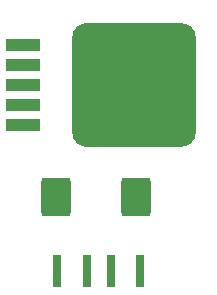
<source format=gtp>
G04 Layer_Color=8421504*
%FSLAX44Y44*%
%MOMM*%
G71*
G01*
G75*
G04:AMPARAMS|DCode=10|XSize=10.5mm|YSize=10.5mm|CornerRadius=1.3125mm|HoleSize=0mm|Usage=FLASHONLY|Rotation=180.000|XOffset=0mm|YOffset=0mm|HoleType=Round|Shape=RoundedRectangle|*
%AMROUNDEDRECTD10*
21,1,10.5000,7.8750,0,0,180.0*
21,1,7.8750,10.5000,0,0,180.0*
1,1,2.6250,-3.9375,3.9375*
1,1,2.6250,3.9375,3.9375*
1,1,2.6250,3.9375,-3.9375*
1,1,2.6250,-3.9375,-3.9375*
%
%ADD10ROUNDEDRECTD10*%
G04:AMPARAMS|DCode=11|XSize=2.95mm|YSize=1.05mm|CornerRadius=0.1313mm|HoleSize=0mm|Usage=FLASHONLY|Rotation=180.000|XOffset=0mm|YOffset=0mm|HoleType=Round|Shape=RoundedRectangle|*
%AMROUNDEDRECTD11*
21,1,2.9500,0.7875,0,0,180.0*
21,1,2.6875,1.0500,0,0,180.0*
1,1,0.2625,-1.3438,0.3937*
1,1,0.2625,1.3438,0.3937*
1,1,0.2625,1.3438,-0.3937*
1,1,0.2625,-1.3438,-0.3937*
%
%ADD11ROUNDEDRECTD11*%
G04:AMPARAMS|DCode=12|XSize=2.5mm|YSize=3.3mm|CornerRadius=0.3125mm|HoleSize=0mm|Usage=FLASHONLY|Rotation=180.000|XOffset=0mm|YOffset=0mm|HoleType=Round|Shape=RoundedRectangle|*
%AMROUNDEDRECTD12*
21,1,2.5000,2.6750,0,0,180.0*
21,1,1.8750,3.3000,0,0,180.0*
1,1,0.6250,-0.9375,1.3375*
1,1,0.6250,0.9375,1.3375*
1,1,0.6250,0.9375,-1.3375*
1,1,0.6250,-0.9375,-1.3375*
%
%ADD12ROUNDEDRECTD12*%
%ADD13R,0.8000X2.8200*%
D10*
X30000Y-80000D02*
D03*
D11*
X-64000Y-114100D02*
D03*
Y-45900D02*
D03*
Y-62950D02*
D03*
Y-80000D02*
D03*
Y-97050D02*
D03*
D12*
X31500Y-175000D02*
D03*
X-36500D02*
D03*
D13*
X-10000Y-237900D02*
D03*
X10000D02*
D03*
X-35000D02*
D03*
X35000D02*
D03*
M02*

</source>
